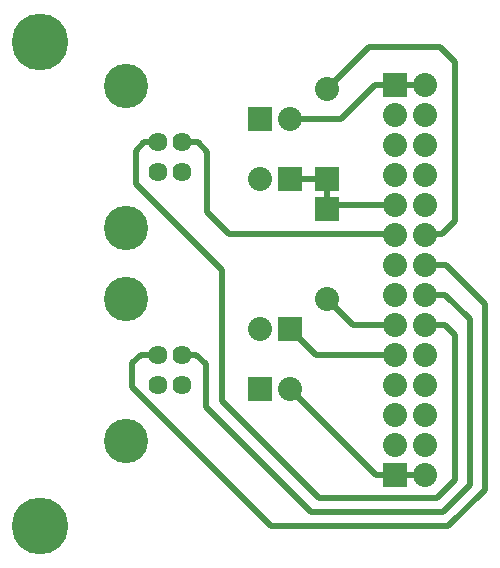
<source format=gtl>
G04 start of page 2 for group 3 layer_idx 0 *
G04 Title: (unknown), top_copper *
G04 Creator: pcb-rnd 3.1.0-dev *
G04 CreationDate: 2023-01-29 01:50:47 UTC *
G04 For: tonia *
G04 Format: Gerber/RS-274X *
G04 PCB-Dimensions: 236220 236220 *
G04 PCB-Coordinate-Origin: lower left *
%MOIN*%
%FSLAX25Y25*%
%LNTOP_COPPER_NONE_3*%
%ADD20C,0.0362*%
%ADD19C,0.0394*%
%ADD18C,0.0906*%
%ADD17C,0.1260*%
%ADD16C,0.0637*%
%ADD15C,0.0800*%
%ADD14C,0.0001*%
%ADD13C,0.1476*%
%ADD12C,0.1890*%
%ADD11C,0.0200*%
G54D11*X51024Y190866D02*X46378D01*
X43701Y188189D01*
Y177165D01*
X64291Y190866D02*X58898D01*
X67500Y187657D02*X64291Y190866D01*
X67500Y167539D02*Y187657D01*
X43701Y177165D02*X72441Y148425D01*
X140000Y210157D02*X123543D01*
X150079Y164646D02*Y217677D01*
X121457Y222677D02*X107500Y208720D01*
X123543Y210157D02*X112205Y198819D01*
X130039Y170197D02*X130000Y170157D01*
X108976Y170197D02*X130039D01*
X145669Y160236D02*X150079Y164646D01*
X147087Y150157D02*X140000D01*
X139764Y160236D02*X145669D01*
X130315D02*X74803D01*
X95000Y178720D02*X107500D01*
Y168720D01*
X108976Y170197D01*
X112205Y198819D02*X94882D01*
X74803Y160236D02*X67500Y167539D01*
X74803Y160236D02*X70472Y164567D01*
X129980Y160177D02*X130000Y160157D01*
X150079Y217677D02*X145079Y222677D01*
X121457D01*
X42500Y117224D02*X45315Y120039D01*
X51024D01*
X72441Y104724D02*X104724Y72441D01*
X42500Y109276D02*X88823Y62953D01*
X66929Y102756D02*X102008Y67677D01*
X58465Y110197D02*X58504Y110236D01*
X66929Y102756D02*Y116929D01*
X63819Y120039D01*
X58898D01*
X72441Y148425D02*Y104724D01*
X42500Y109276D02*Y117224D01*
X95000Y128720D02*X103642Y120079D01*
X160079Y75177D02*Y137165D01*
X150079Y126693D02*Y78425D01*
X155079Y76732D02*Y131929D01*
X140000Y80157D02*X123563D01*
X94488Y109232D01*
X150079Y126693D02*X146614Y130157D01*
X140000D01*
X139764Y140157D02*X146850D01*
X155079Y131929D01*
X160079Y137165D02*X147087Y150157D01*
X103642Y120079D02*X129921D01*
X130000Y130157D02*X116063D01*
X107500Y138720D01*
X104724Y72441D02*X144094D01*
X146024Y67677D02*X102008D01*
X144094Y72441D02*X150079Y78425D01*
X155079Y76732D02*X146024Y67677D01*
X151575Y73228D02*X146024Y67677D01*
X160079Y75177D02*X147854Y62953D01*
X88823D01*
G54D12*X11811Y224409D03*
G54D13*X40354Y209646D03*
G54D14*G36*
X126000Y214157D02*X134000D01*
Y206157D01*
X126000D01*
Y214157D01*
G37*
G54D15*X140000Y210157D03*
X107500Y208720D03*
X130000Y200157D03*
X140000D03*
X130000D03*
X140000D03*
G54D14*G36*
X81000Y194720D02*Y202720D01*
X89000D01*
Y194720D01*
X81000D01*
G37*
G54D15*X95000Y198720D03*
X130000Y190157D03*
X140000D03*
X130000D03*
X140000D03*
Y180157D03*
D03*
X130000D03*
X140000Y170157D03*
D03*
Y160157D03*
Y150157D03*
D03*
Y160157D03*
X130000Y150157D03*
Y160157D03*
Y170157D03*
X140000Y140157D03*
X130000Y180157D03*
Y170157D03*
Y160157D03*
Y150157D03*
Y140157D03*
G54D14*G36*
X99000Y182720D02*Y174720D01*
X91000D01*
Y182720D01*
X99000D01*
G37*
G54D15*X85000Y178720D03*
G54D14*G36*
X103500Y174720D02*Y182720D01*
X111500D01*
Y174720D01*
X103500D01*
G37*
G36*
X111500Y172720D02*Y164720D01*
X103500D01*
Y172720D01*
X111500D01*
G37*
G54D13*X40354Y162244D03*
Y138819D03*
G54D16*X58898Y190866D03*
X51024Y181024D03*
Y190866D03*
X58898Y181024D03*
Y110197D03*
Y120039D03*
X51024D03*
Y110197D03*
G54D13*X40354Y91417D03*
G54D12*X11811Y62992D03*
G54D15*X130000Y140157D03*
Y130157D03*
Y120157D03*
D03*
Y130157D03*
Y110157D03*
Y100157D03*
Y90157D03*
D03*
Y100157D03*
Y110157D03*
G54D14*G36*
X126000Y84157D02*X134000D01*
Y76157D01*
X126000D01*
Y84157D01*
G37*
G54D15*X140000Y140157D03*
X107500Y138720D03*
X140000Y130157D03*
D03*
G54D14*G36*
X81000Y104720D02*Y112720D01*
X89000D01*
Y104720D01*
X81000D01*
G37*
G54D15*X95000Y108720D03*
G54D14*G36*
X99000Y132720D02*Y124720D01*
X91000D01*
Y132720D01*
X99000D01*
G37*
G54D15*X85000Y128720D03*
X140000Y120157D03*
Y110157D03*
Y120157D03*
Y110157D03*
Y100157D03*
Y90157D03*
Y80157D03*
Y90157D03*
Y100157D03*
G54D17*G54D18*G54D19*G54D18*G54D20*G54D18*G54D17*G54D19*M02*

</source>
